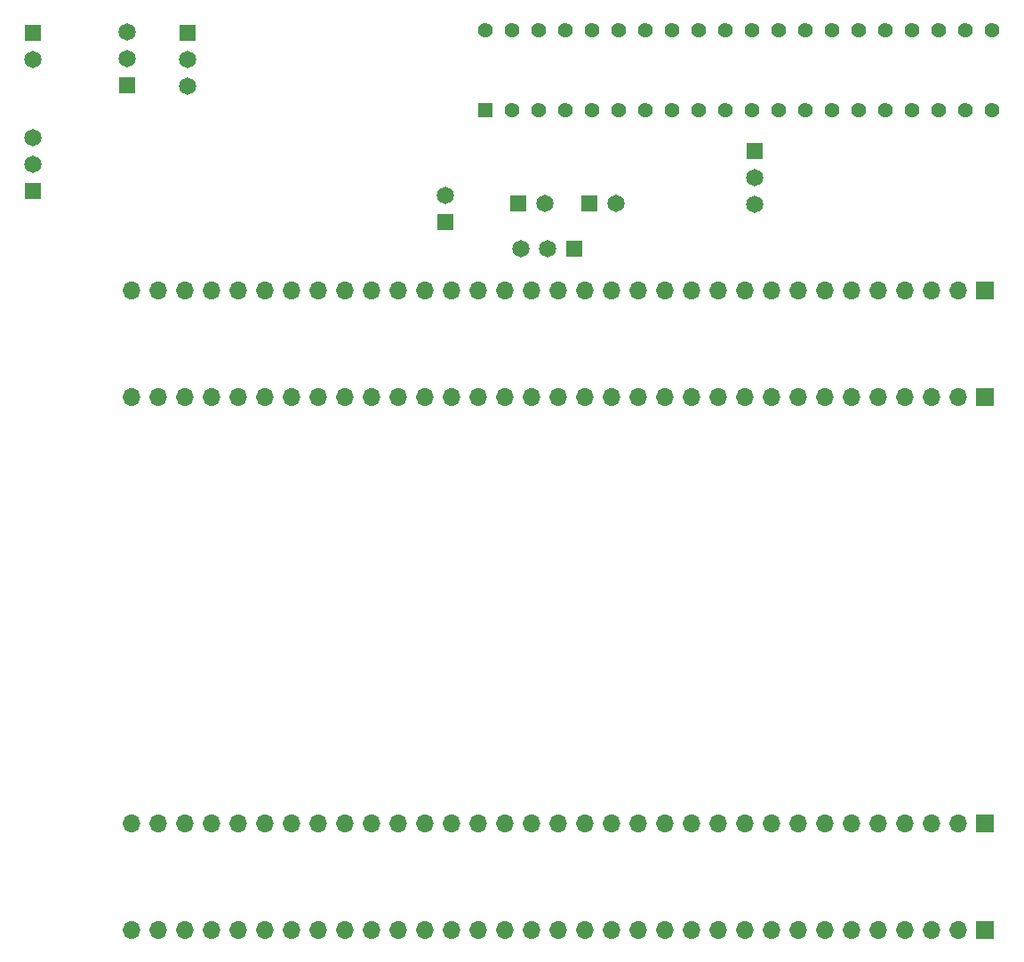
<source format=gbr>
%TF.GenerationSoftware,KiCad,Pcbnew,(6.0.2)*%
%TF.CreationDate,2022-04-25T13:09:05+02:00*%
%TF.ProjectId,main,6d61696e-2e6b-4696-9361-645f70636258,rev?*%
%TF.SameCoordinates,Original*%
%TF.FileFunction,Soldermask,Bot*%
%TF.FilePolarity,Negative*%
%FSLAX46Y46*%
G04 Gerber Fmt 4.6, Leading zero omitted, Abs format (unit mm)*
G04 Created by KiCad (PCBNEW (6.0.2)) date 2022-04-25 13:09:05*
%MOMM*%
%LPD*%
G01*
G04 APERTURE LIST*
%ADD10R,1.650000X1.650000*%
%ADD11C,1.650000*%
%ADD12R,1.700000X1.700000*%
%ADD13O,1.700000X1.700000*%
%ADD14R,1.425000X1.425000*%
%ADD15C,1.425000*%
G04 APERTURE END LIST*
D10*
%TO.C,J6*%
X129480000Y-69000000D03*
D11*
X132020000Y-69000000D03*
%TD*%
D10*
%TO.C,J10*%
X83250000Y-52750000D03*
D11*
X83250000Y-55290000D03*
%TD*%
D10*
%TO.C,J9*%
X122500000Y-70770000D03*
D11*
X122500000Y-68230000D03*
%TD*%
D12*
%TO.C,J2*%
X173870000Y-87440000D03*
D13*
X171330000Y-87440000D03*
X168790000Y-87440000D03*
X166250000Y-87440000D03*
X163710000Y-87440000D03*
X161170000Y-87440000D03*
X158630000Y-87440000D03*
X156090000Y-87440000D03*
X153550000Y-87440000D03*
X151010000Y-87440000D03*
X148470000Y-87440000D03*
X145930000Y-87440000D03*
X143390000Y-87440000D03*
X140850000Y-87440000D03*
X138310000Y-87440000D03*
X135770000Y-87440000D03*
X133230000Y-87440000D03*
X130690000Y-87440000D03*
X128150000Y-87440000D03*
X125610000Y-87440000D03*
X123070000Y-87440000D03*
X120530000Y-87440000D03*
X117990000Y-87440000D03*
X115450000Y-87440000D03*
X112910000Y-87440000D03*
X110370000Y-87440000D03*
X107830000Y-87440000D03*
X105290000Y-87440000D03*
X102750000Y-87440000D03*
X100210000Y-87440000D03*
X97670000Y-87440000D03*
X95130000Y-87440000D03*
X92590000Y-87440000D03*
%TD*%
D10*
%TO.C,J8*%
X98000000Y-52710000D03*
D11*
X98000000Y-55250000D03*
X98000000Y-57790000D03*
%TD*%
D10*
%TO.C,J13*%
X83250000Y-67790000D03*
D11*
X83250000Y-65250000D03*
X83250000Y-62710000D03*
%TD*%
D12*
%TO.C,J1*%
X173870000Y-77280000D03*
D13*
X171330000Y-77280000D03*
X168790000Y-77280000D03*
X166250000Y-77280000D03*
X163710000Y-77280000D03*
X161170000Y-77280000D03*
X158630000Y-77280000D03*
X156090000Y-77280000D03*
X153550000Y-77280000D03*
X151010000Y-77280000D03*
X148470000Y-77280000D03*
X145930000Y-77280000D03*
X143390000Y-77280000D03*
X140850000Y-77280000D03*
X138310000Y-77280000D03*
X135770000Y-77280000D03*
X133230000Y-77280000D03*
X130690000Y-77280000D03*
X128150000Y-77280000D03*
X125610000Y-77280000D03*
X123070000Y-77280000D03*
X120530000Y-77280000D03*
X117990000Y-77280000D03*
X115450000Y-77280000D03*
X112910000Y-77280000D03*
X110370000Y-77280000D03*
X107830000Y-77280000D03*
X105290000Y-77280000D03*
X102750000Y-77280000D03*
X100210000Y-77280000D03*
X97670000Y-77280000D03*
X95130000Y-77280000D03*
X92590000Y-77280000D03*
%TD*%
D12*
%TO.C,J4*%
X173870000Y-138240000D03*
D13*
X171330000Y-138240000D03*
X168790000Y-138240000D03*
X166250000Y-138240000D03*
X163710000Y-138240000D03*
X161170000Y-138240000D03*
X158630000Y-138240000D03*
X156090000Y-138240000D03*
X153550000Y-138240000D03*
X151010000Y-138240000D03*
X148470000Y-138240000D03*
X145930000Y-138240000D03*
X143390000Y-138240000D03*
X140850000Y-138240000D03*
X138310000Y-138240000D03*
X135770000Y-138240000D03*
X133230000Y-138240000D03*
X130690000Y-138240000D03*
X128150000Y-138240000D03*
X125610000Y-138240000D03*
X123070000Y-138240000D03*
X120530000Y-138240000D03*
X117990000Y-138240000D03*
X115450000Y-138240000D03*
X112910000Y-138240000D03*
X110370000Y-138240000D03*
X107830000Y-138240000D03*
X105290000Y-138240000D03*
X102750000Y-138240000D03*
X100210000Y-138240000D03*
X97670000Y-138240000D03*
X95130000Y-138240000D03*
X92590000Y-138240000D03*
%TD*%
D14*
%TO.C,J11*%
X126370000Y-60060000D03*
D15*
X128910000Y-60060000D03*
X131450000Y-60060000D03*
X133990000Y-60060000D03*
X136530000Y-60060000D03*
X139070000Y-60060000D03*
X141610000Y-60060000D03*
X144150000Y-60060000D03*
X146690000Y-60060000D03*
X149230000Y-60060000D03*
X151770000Y-60060000D03*
X154310000Y-60060000D03*
X156850000Y-60060000D03*
X159390000Y-60060000D03*
X161930000Y-60060000D03*
X164470000Y-60060000D03*
X167010000Y-60060000D03*
X169550000Y-60060000D03*
X172090000Y-60060000D03*
X174630000Y-60060000D03*
X174630000Y-52440000D03*
X172090000Y-52440000D03*
X169550000Y-52440000D03*
X167010000Y-52440000D03*
X164470000Y-52440000D03*
X161930000Y-52440000D03*
X159390000Y-52440000D03*
X156850000Y-52440000D03*
X154310000Y-52440000D03*
X151770000Y-52440000D03*
X149230000Y-52440000D03*
X146690000Y-52440000D03*
X144150000Y-52440000D03*
X141610000Y-52440000D03*
X139070000Y-52440000D03*
X136530000Y-52440000D03*
X133990000Y-52440000D03*
X131450000Y-52440000D03*
X128910000Y-52440000D03*
X126370000Y-52440000D03*
%TD*%
D12*
%TO.C,J3*%
X173870000Y-128080000D03*
D13*
X171330000Y-128080000D03*
X168790000Y-128080000D03*
X166250000Y-128080000D03*
X163710000Y-128080000D03*
X161170000Y-128080000D03*
X158630000Y-128080000D03*
X156090000Y-128080000D03*
X153550000Y-128080000D03*
X151010000Y-128080000D03*
X148470000Y-128080000D03*
X145930000Y-128080000D03*
X143390000Y-128080000D03*
X140850000Y-128080000D03*
X138310000Y-128080000D03*
X135770000Y-128080000D03*
X133230000Y-128080000D03*
X130690000Y-128080000D03*
X128150000Y-128080000D03*
X125610000Y-128080000D03*
X123070000Y-128080000D03*
X120530000Y-128080000D03*
X117990000Y-128080000D03*
X115450000Y-128080000D03*
X112910000Y-128080000D03*
X110370000Y-128080000D03*
X107830000Y-128080000D03*
X105290000Y-128080000D03*
X102750000Y-128080000D03*
X100210000Y-128080000D03*
X97670000Y-128080000D03*
X95130000Y-128080000D03*
X92590000Y-128080000D03*
%TD*%
D10*
%TO.C,J12*%
X92250000Y-57750000D03*
D11*
X92250000Y-55210000D03*
X92250000Y-52670000D03*
%TD*%
D10*
%TO.C,J7*%
X136230000Y-69000000D03*
D11*
X138770000Y-69000000D03*
%TD*%
D10*
%TO.C,J14*%
X134790000Y-73250000D03*
D11*
X132250000Y-73250000D03*
X129710000Y-73250000D03*
%TD*%
D10*
%TO.C,J15*%
X152000000Y-64000000D03*
D11*
X152000000Y-66540000D03*
X152000000Y-69080000D03*
%TD*%
M02*

</source>
